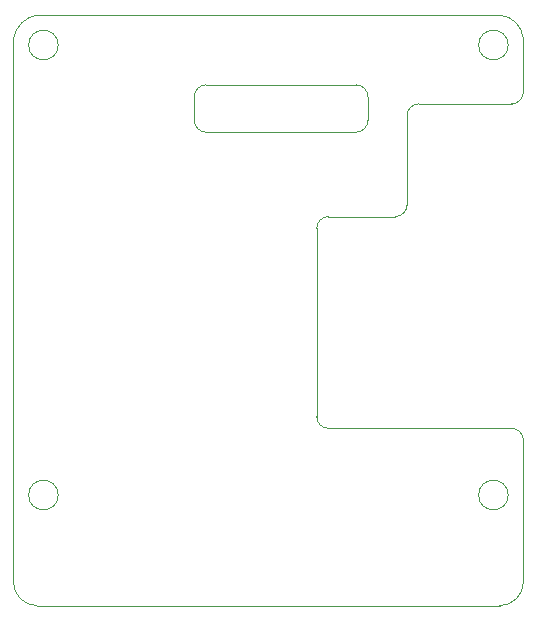
<source format=gm1>
G04 #@! TF.GenerationSoftware,KiCad,Pcbnew,7.0.5-0*
G04 #@! TF.CreationDate,2024-11-07T13:17:23-08:00*
G04 #@! TF.ProjectId,MilkVHat,4d696c6b-5648-4617-942e-6b696361645f,rev?*
G04 #@! TF.SameCoordinates,PX5f5e100PY5f5e100*
G04 #@! TF.FileFunction,Profile,NP*
%FSLAX46Y46*%
G04 Gerber Fmt 4.6, Leading zero omitted, Abs format (unit mm)*
G04 Created by KiCad (PCBNEW 7.0.5-0) date 2024-11-07 13:17:23*
%MOMM*%
%LPD*%
G01*
G04 APERTURE LIST*
G04 #@! TA.AperFunction,Profile*
%ADD10C,0.100000*%
G04 #@! TD*
G04 APERTURE END LIST*
D10*
X26790000Y32930000D02*
G75*
G03*
X25790000Y31930010I0J-1000000D01*
G01*
X15424300Y41078500D02*
G75*
G03*
X16424286Y40078500I1000000J0D01*
G01*
X43290000Y1990000D02*
X43290000Y14000010D01*
X110000Y1990000D02*
G75*
G03*
X2110000Y-10000I2000000J0D01*
G01*
X2110001Y49989999D02*
G75*
G03*
X110001Y47989999I414999J-2414999D01*
G01*
X25790010Y16000010D02*
G75*
G03*
X26790000Y15000010I999990J-10D01*
G01*
X43289999Y47989999D02*
G75*
G03*
X41289999Y49989999I-2183299J-183299D01*
G01*
X2110000Y-10000D02*
X41290000Y-10000D01*
X42290000Y42470000D02*
G75*
G03*
X43290000Y43470000I0J1000000D01*
G01*
X34440000Y42470000D02*
G75*
G03*
X33440000Y41470000I0J-1000000D01*
G01*
X16424286Y44078500D02*
X29124285Y44078500D01*
X15424286Y43078500D02*
X15424286Y41078500D01*
X32440000Y32930000D02*
G75*
G03*
X33440000Y33930010I0J1000000D01*
G01*
X43290000Y43470000D02*
X43290000Y47989999D01*
X43290010Y14000010D02*
G75*
G03*
X42290000Y15000010I-1000010J-10D01*
G01*
X3900000Y9350000D02*
G75*
G03*
X3900000Y9350000I-1250000J0D01*
G01*
X34440000Y42470000D02*
X42290000Y42470000D01*
X30124285Y43078500D02*
X30124285Y41078500D01*
X16424286Y44078514D02*
G75*
G03*
X15424286Y43078500I14J-1000014D01*
G01*
X26790000Y32930010D02*
X32440000Y32930010D01*
X16424286Y40078500D02*
X29124285Y40078500D01*
X30124300Y43078500D02*
G75*
G03*
X29124285Y44078500I-1000000J0D01*
G01*
X25790000Y16000010D02*
X25790000Y31930010D01*
X3900000Y47450000D02*
G75*
G03*
X3900000Y47450000I-1250000J0D01*
G01*
X42290000Y15000010D02*
X26790000Y15000010D01*
X42000000Y47450000D02*
G75*
G03*
X42000000Y47450000I-1250000J0D01*
G01*
X2110001Y49990000D02*
X41289999Y49990000D01*
X29124285Y40078515D02*
G75*
G03*
X30124285Y41078500I15J999985D01*
G01*
X42000000Y9350000D02*
G75*
G03*
X42000000Y9350000I-1250000J0D01*
G01*
X33440000Y33930010D02*
X33440000Y41470000D01*
X41290000Y-10000D02*
G75*
G03*
X43290000Y1990000I0J2000000D01*
G01*
X110000Y47989999D02*
X110000Y1990000D01*
M02*

</source>
